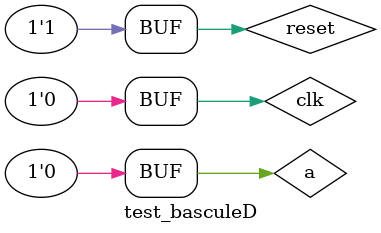
<source format=v>
module test_basculeD;
   reg a, clk, reset;
   wire s1, s2;

   basculeD test_basculeD(a, clk, reset, s1, s2);

   initial
     begin
	a = 0;
	clk = 0;
	reset = 1;
	#5;
	a = 0;
	clk = 0;
	reset = 0;
	#5;
	a = 1;
	clk = 0;
	reset = 0;
	#5;
	a = 0;
	clk = 1;
	reset = 0;
	#5;
	a = 1;
	clk = 1;
	reset = 0;
	#5;
	a = 0;
	clk = 0;
	reset = 0;
	#5;
	a = 1;
	clk = 0;
	reset = 0;
	#5;
	a = 0;
	clk = 1;
	reset = 0;
	#5;
	a = 0;
	clk = 0;
	reset = 0;
	#5;
	a = 0;
	clk = 0;
	reset = 1;
	#5;
     end // initial begin
   initial
     begin
	$dumpfile("signal/signal_basculeD.vcd");
	$dumpvars;
     end
   initial
     begin
	$display("\t\ttime, \ta, \tclk, \treset, \ts1, \ts2");
	$monitor("%d \t%b \t%b \t%b \t%b \t%b", $time, a, clk, reset, s1, s2);
     end
endmodule // test_basculeD

</source>
